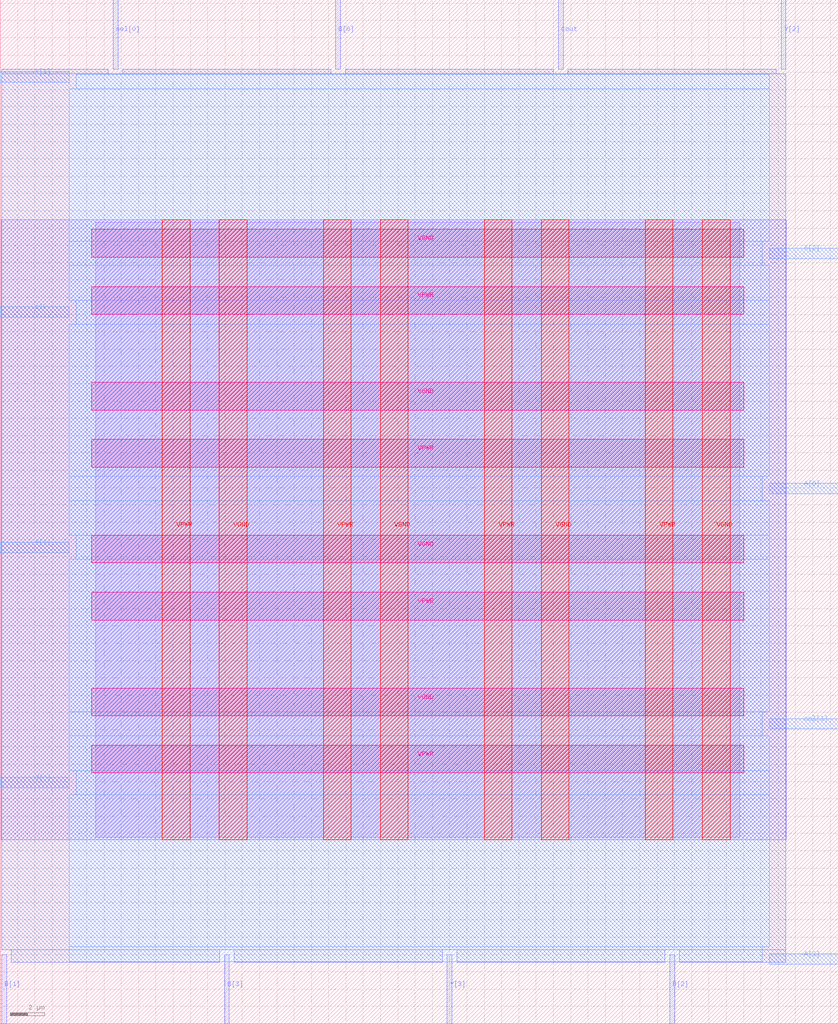
<source format=lef>
VERSION 5.7 ;
  NOWIREEXTENSIONATPIN ON ;
  DIVIDERCHAR "/" ;
  BUSBITCHARS "[]" ;
MACRO alu
  CLASS BLOCK ;
  FOREIGN alu ;
  ORIGIN 0.000 0.000 ;
  SIZE 48.475 BY 59.195 ;
  PIN A[0]
    DIRECTION INPUT ;
    USE SIGNAL ;
    ANTENNAGATEAREA 0.213000 ;
    PORT
      LAYER met3 ;
        RECT 44.475 30.640 48.475 31.240 ;
    END
  END A[0]
  PIN A[1]
    DIRECTION INPUT ;
    USE SIGNAL ;
    ANTENNAGATEAREA 0.126000 ;
    PORT
      LAYER met3 ;
        RECT 0.000 54.440 4.000 55.040 ;
    END
  END A[1]
  PIN A[2]
    DIRECTION INPUT ;
    USE SIGNAL ;
    ANTENNAGATEAREA 0.196500 ;
    PORT
      LAYER met3 ;
        RECT 44.475 44.240 48.475 44.840 ;
    END
  END A[2]
  PIN A[3]
    DIRECTION INPUT ;
    USE SIGNAL ;
    ANTENNAGATEAREA 0.196500 ;
    PORT
      LAYER met3 ;
        RECT 44.475 3.440 48.475 4.040 ;
    END
  END A[3]
  PIN B[0]
    DIRECTION INPUT ;
    USE SIGNAL ;
    ANTENNAGATEAREA 0.213000 ;
    PORT
      LAYER met2 ;
        RECT 19.410 55.195 19.690 59.195 ;
    END
  END B[0]
  PIN B[1]
    DIRECTION INPUT ;
    USE SIGNAL ;
    ANTENNAGATEAREA 0.213000 ;
    PORT
      LAYER met2 ;
        RECT 0.090 0.000 0.370 4.000 ;
    END
  END B[1]
  PIN B[2]
    DIRECTION INPUT ;
    USE SIGNAL ;
    ANTENNAGATEAREA 0.196500 ;
    PORT
      LAYER met2 ;
        RECT 38.730 0.000 39.010 4.000 ;
    END
  END B[2]
  PIN B[3]
    DIRECTION INPUT ;
    USE SIGNAL ;
    ANTENNAGATEAREA 0.196500 ;
    PORT
      LAYER met2 ;
        RECT 12.970 0.000 13.250 4.000 ;
    END
  END B[3]
  PIN Cout
    DIRECTION OUTPUT TRISTATE ;
    USE SIGNAL ;
    ANTENNADIFFAREA 0.795200 ;
    PORT
      LAYER met2 ;
        RECT 32.290 55.195 32.570 59.195 ;
    END
  END Cout
  PIN VGND
    DIRECTION INOUT ;
    USE GROUND ;
    PORT
      LAYER met4 ;
        RECT 12.675 10.640 14.275 46.480 ;
    END
    PORT
      LAYER met4 ;
        RECT 21.990 10.640 23.590 46.480 ;
    END
    PORT
      LAYER met4 ;
        RECT 31.305 10.640 32.905 46.480 ;
    END
    PORT
      LAYER met4 ;
        RECT 40.620 10.640 42.220 46.480 ;
    END
    PORT
      LAYER met5 ;
        RECT 5.280 17.800 43.020 19.400 ;
    END
    PORT
      LAYER met5 ;
        RECT 5.280 26.640 43.020 28.240 ;
    END
    PORT
      LAYER met5 ;
        RECT 5.280 35.480 43.020 37.080 ;
    END
    PORT
      LAYER met5 ;
        RECT 5.280 44.320 43.020 45.920 ;
    END
  END VGND
  PIN VPWR
    DIRECTION INOUT ;
    USE POWER ;
    PORT
      LAYER met4 ;
        RECT 9.375 10.640 10.975 46.480 ;
    END
    PORT
      LAYER met4 ;
        RECT 18.690 10.640 20.290 46.480 ;
    END
    PORT
      LAYER met4 ;
        RECT 28.005 10.640 29.605 46.480 ;
    END
    PORT
      LAYER met4 ;
        RECT 37.320 10.640 38.920 46.480 ;
    END
    PORT
      LAYER met5 ;
        RECT 5.280 14.500 43.020 16.100 ;
    END
    PORT
      LAYER met5 ;
        RECT 5.280 23.340 43.020 24.940 ;
    END
    PORT
      LAYER met5 ;
        RECT 5.280 32.180 43.020 33.780 ;
    END
    PORT
      LAYER met5 ;
        RECT 5.280 41.020 43.020 42.620 ;
    END
  END VPWR
  PIN Y[0]
    DIRECTION OUTPUT TRISTATE ;
    USE SIGNAL ;
    ANTENNADIFFAREA 0.795200 ;
    PORT
      LAYER met3 ;
        RECT 0.000 13.640 4.000 14.240 ;
    END
  END Y[0]
  PIN Y[1]
    DIRECTION OUTPUT TRISTATE ;
    USE SIGNAL ;
    ANTENNADIFFAREA 0.795200 ;
    PORT
      LAYER met3 ;
        RECT 0.000 27.240 4.000 27.840 ;
    END
  END Y[1]
  PIN Y[2]
    DIRECTION OUTPUT TRISTATE ;
    USE SIGNAL ;
    ANTENNADIFFAREA 0.795200 ;
    PORT
      LAYER met2 ;
        RECT 45.170 55.195 45.450 59.195 ;
    END
  END Y[2]
  PIN Y[3]
    DIRECTION OUTPUT TRISTATE ;
    USE SIGNAL ;
    ANTENNADIFFAREA 0.795200 ;
    PORT
      LAYER met2 ;
        RECT 25.850 0.000 26.130 4.000 ;
    END
  END Y[3]
  PIN clk
    DIRECTION INPUT ;
    USE SIGNAL ;
    PORT
      LAYER met3 ;
        RECT 0.000 40.840 4.000 41.440 ;
    END
  END clk
  PIN sel[0]
    DIRECTION INPUT ;
    USE SIGNAL ;
    ANTENNAGATEAREA 0.213000 ;
    PORT
      LAYER met2 ;
        RECT 6.530 55.195 6.810 59.195 ;
    END
  END sel[0]
  PIN sel[1]
    DIRECTION INPUT ;
    USE SIGNAL ;
    ANTENNAGATEAREA 0.213000 ;
    PORT
      LAYER met3 ;
        RECT 44.475 17.040 48.475 17.640 ;
    END
  END sel[1]
  OBS
      LAYER li1 ;
        RECT 5.520 10.795 42.780 46.325 ;
      LAYER met1 ;
        RECT 0.070 10.640 45.470 46.480 ;
      LAYER met2 ;
        RECT 0.100 54.915 6.250 55.195 ;
        RECT 7.090 54.915 19.130 55.195 ;
        RECT 19.970 54.915 32.010 55.195 ;
        RECT 32.850 54.915 44.890 55.195 ;
        RECT 0.100 4.280 45.440 54.915 ;
        RECT 0.650 3.555 12.690 4.280 ;
        RECT 13.530 3.555 25.570 4.280 ;
        RECT 26.410 3.555 38.450 4.280 ;
        RECT 39.290 3.555 45.440 4.280 ;
      LAYER met3 ;
        RECT 4.400 54.040 44.475 54.890 ;
        RECT 4.000 45.240 44.475 54.040 ;
        RECT 4.000 43.840 44.075 45.240 ;
        RECT 4.000 41.840 44.475 43.840 ;
        RECT 4.400 40.440 44.475 41.840 ;
        RECT 4.000 31.640 44.475 40.440 ;
        RECT 4.000 30.240 44.075 31.640 ;
        RECT 4.000 28.240 44.475 30.240 ;
        RECT 4.400 26.840 44.475 28.240 ;
        RECT 4.000 18.040 44.475 26.840 ;
        RECT 4.000 16.640 44.075 18.040 ;
        RECT 4.000 14.640 44.475 16.640 ;
        RECT 4.400 13.240 44.475 14.640 ;
        RECT 4.000 4.440 44.475 13.240 ;
        RECT 4.000 3.575 44.075 4.440 ;
  END
END alu
END LIBRARY


</source>
